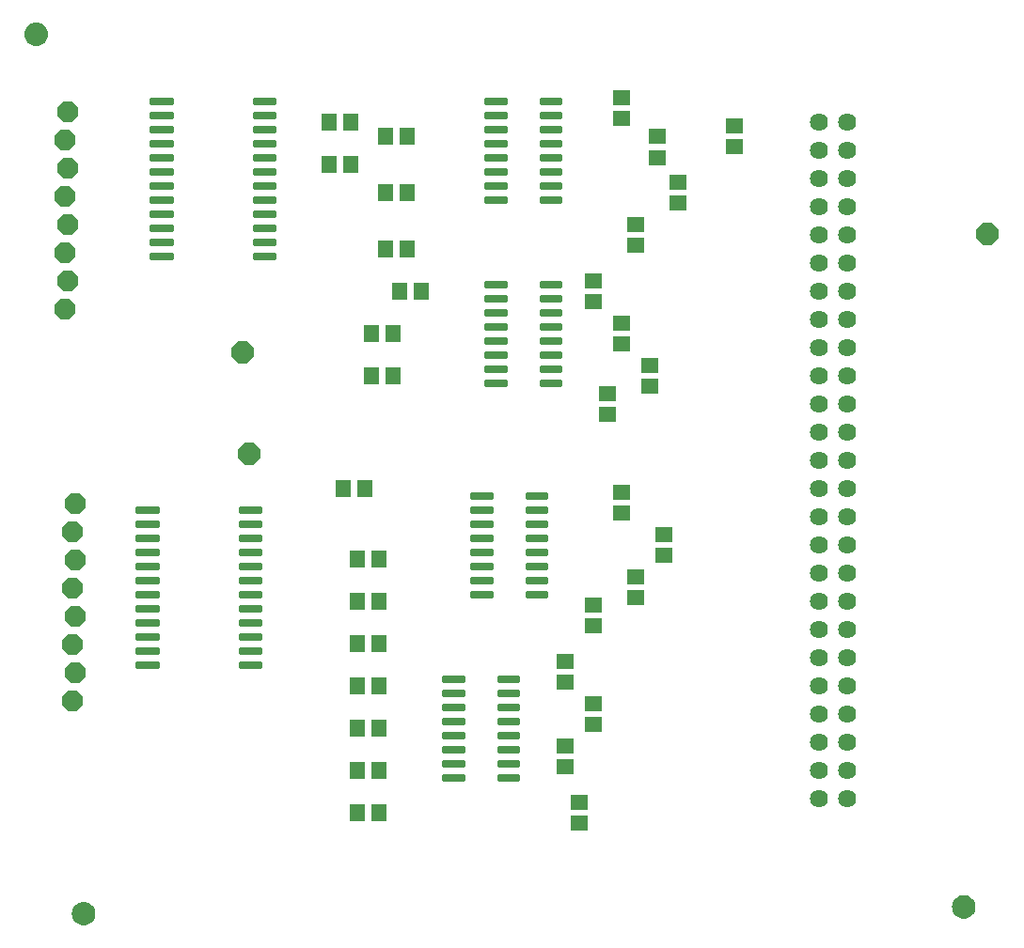
<source format=gts>
G04 EAGLE Gerber RS-274X export*
G75*
%MOMM*%
%FSLAX34Y34*%
%LPD*%
%INSoldermask Top*%
%IPPOS*%
%AMOC8*
5,1,8,0,0,1.08239X$1,22.5*%
G01*
%ADD10C,1.625600*%
%ADD11R,1.401600X1.601600*%
%ADD12R,1.601600X1.401600*%
%ADD13C,0.252575*%
%ADD14P,2.034460X8X202.500000*%
%ADD15P,2.199416X8X22.500000*%

G36*
X84088Y906968D02*
X84088Y906968D01*
X84131Y906980D01*
X84197Y906987D01*
X85880Y907438D01*
X85921Y907457D01*
X85984Y907476D01*
X87564Y908213D01*
X87601Y908239D01*
X87660Y908268D01*
X89088Y909268D01*
X89119Y909300D01*
X89172Y909339D01*
X90405Y910572D01*
X90430Y910608D01*
X90476Y910656D01*
X91476Y912084D01*
X91494Y912125D01*
X91531Y912180D01*
X92268Y913760D01*
X92279Y913803D01*
X92306Y913864D01*
X92757Y915547D01*
X92759Y915579D01*
X92766Y915600D01*
X92766Y915615D01*
X92776Y915656D01*
X92928Y917393D01*
X92924Y917437D01*
X92928Y917503D01*
X92776Y919240D01*
X92764Y919283D01*
X92757Y919349D01*
X92306Y921032D01*
X92287Y921073D01*
X92268Y921136D01*
X91531Y922716D01*
X91505Y922753D01*
X91476Y922812D01*
X90476Y924240D01*
X90444Y924271D01*
X90405Y924324D01*
X89172Y925557D01*
X89136Y925582D01*
X89088Y925628D01*
X87660Y926628D01*
X87619Y926646D01*
X87564Y926683D01*
X85984Y927420D01*
X85941Y927431D01*
X85880Y927458D01*
X84197Y927909D01*
X84152Y927912D01*
X84088Y927928D01*
X82351Y928080D01*
X82307Y928076D01*
X82241Y928080D01*
X80504Y927928D01*
X80461Y927916D01*
X80395Y927909D01*
X78712Y927458D01*
X78671Y927439D01*
X78608Y927420D01*
X77028Y926683D01*
X76991Y926657D01*
X76932Y926628D01*
X75504Y925628D01*
X75473Y925596D01*
X75420Y925557D01*
X74187Y924324D01*
X74162Y924288D01*
X74116Y924240D01*
X73116Y922812D01*
X73098Y922771D01*
X73061Y922716D01*
X72324Y921136D01*
X72313Y921093D01*
X72286Y921032D01*
X71835Y919349D01*
X71832Y919304D01*
X71816Y919240D01*
X71664Y917503D01*
X71668Y917459D01*
X71664Y917393D01*
X71816Y915656D01*
X71828Y915613D01*
X71832Y915579D01*
X71832Y915563D01*
X71834Y915558D01*
X71835Y915547D01*
X72286Y913864D01*
X72305Y913823D01*
X72324Y913760D01*
X73061Y912180D01*
X73087Y912143D01*
X73116Y912084D01*
X74116Y910656D01*
X74148Y910625D01*
X74187Y910572D01*
X75420Y909339D01*
X75456Y909314D01*
X75504Y909268D01*
X76932Y908268D01*
X76973Y908250D01*
X77028Y908213D01*
X78608Y907476D01*
X78651Y907465D01*
X78712Y907438D01*
X80395Y906987D01*
X80440Y906984D01*
X80504Y906968D01*
X82241Y906816D01*
X82285Y906820D01*
X82351Y906816D01*
X84088Y906968D01*
G37*
G36*
X919240Y120584D02*
X919240Y120584D01*
X919283Y120596D01*
X919349Y120603D01*
X921032Y121054D01*
X921073Y121073D01*
X921136Y121092D01*
X922716Y121829D01*
X922753Y121855D01*
X922812Y121884D01*
X924240Y122884D01*
X924271Y122916D01*
X924324Y122955D01*
X925557Y124188D01*
X925582Y124224D01*
X925628Y124272D01*
X926628Y125700D01*
X926646Y125741D01*
X926683Y125796D01*
X927420Y127376D01*
X927431Y127419D01*
X927458Y127480D01*
X927909Y129163D01*
X927911Y129195D01*
X927918Y129216D01*
X927918Y129231D01*
X927928Y129272D01*
X928080Y131009D01*
X928076Y131053D01*
X928080Y131119D01*
X927928Y132856D01*
X927916Y132899D01*
X927909Y132965D01*
X927458Y134648D01*
X927439Y134689D01*
X927420Y134752D01*
X926683Y136332D01*
X926657Y136369D01*
X926628Y136428D01*
X925628Y137856D01*
X925596Y137887D01*
X925557Y137940D01*
X924324Y139173D01*
X924288Y139198D01*
X924240Y139244D01*
X922812Y140244D01*
X922771Y140262D01*
X922716Y140299D01*
X921136Y141036D01*
X921093Y141047D01*
X921032Y141074D01*
X919349Y141525D01*
X919304Y141528D01*
X919240Y141544D01*
X917503Y141696D01*
X917459Y141692D01*
X917393Y141696D01*
X915656Y141544D01*
X915613Y141532D01*
X915547Y141525D01*
X913864Y141074D01*
X913823Y141055D01*
X913760Y141036D01*
X912180Y140299D01*
X912143Y140273D01*
X912084Y140244D01*
X910656Y139244D01*
X910625Y139212D01*
X910572Y139173D01*
X909339Y137940D01*
X909314Y137904D01*
X909268Y137856D01*
X908268Y136428D01*
X908250Y136387D01*
X908213Y136332D01*
X907476Y134752D01*
X907465Y134709D01*
X907438Y134648D01*
X906987Y132965D01*
X906984Y132920D01*
X906968Y132856D01*
X906816Y131119D01*
X906820Y131075D01*
X906816Y131009D01*
X906968Y129272D01*
X906980Y129229D01*
X906984Y129195D01*
X906984Y129179D01*
X906986Y129174D01*
X906987Y129163D01*
X907438Y127480D01*
X907457Y127439D01*
X907476Y127376D01*
X908213Y125796D01*
X908239Y125759D01*
X908268Y125700D01*
X909268Y124272D01*
X909300Y124241D01*
X909339Y124188D01*
X910572Y122955D01*
X910608Y122930D01*
X910656Y122884D01*
X912084Y121884D01*
X912125Y121866D01*
X912180Y121829D01*
X913760Y121092D01*
X913803Y121081D01*
X913864Y121054D01*
X915547Y120603D01*
X915592Y120600D01*
X915656Y120584D01*
X917393Y120432D01*
X917437Y120436D01*
X917503Y120432D01*
X919240Y120584D01*
G37*
G36*
X126760Y114488D02*
X126760Y114488D01*
X126803Y114500D01*
X126869Y114507D01*
X128552Y114958D01*
X128593Y114977D01*
X128656Y114996D01*
X130236Y115733D01*
X130273Y115759D01*
X130332Y115788D01*
X131760Y116788D01*
X131791Y116820D01*
X131844Y116859D01*
X133077Y118092D01*
X133102Y118128D01*
X133148Y118176D01*
X134148Y119604D01*
X134166Y119645D01*
X134203Y119700D01*
X134940Y121280D01*
X134951Y121323D01*
X134978Y121384D01*
X135429Y123067D01*
X135431Y123099D01*
X135438Y123120D01*
X135438Y123135D01*
X135448Y123176D01*
X135600Y124913D01*
X135596Y124957D01*
X135600Y125023D01*
X135448Y126760D01*
X135436Y126803D01*
X135429Y126869D01*
X134978Y128552D01*
X134959Y128593D01*
X134940Y128656D01*
X134203Y130236D01*
X134177Y130273D01*
X134148Y130332D01*
X133148Y131760D01*
X133116Y131791D01*
X133077Y131844D01*
X131844Y133077D01*
X131808Y133102D01*
X131760Y133148D01*
X130332Y134148D01*
X130291Y134166D01*
X130236Y134203D01*
X128656Y134940D01*
X128613Y134951D01*
X128552Y134978D01*
X126869Y135429D01*
X126824Y135432D01*
X126760Y135448D01*
X125023Y135600D01*
X124979Y135596D01*
X124913Y135600D01*
X123176Y135448D01*
X123133Y135436D01*
X123067Y135429D01*
X121384Y134978D01*
X121343Y134959D01*
X121280Y134940D01*
X119700Y134203D01*
X119663Y134177D01*
X119604Y134148D01*
X118176Y133148D01*
X118145Y133116D01*
X118092Y133077D01*
X116859Y131844D01*
X116834Y131808D01*
X116788Y131760D01*
X115788Y130332D01*
X115770Y130291D01*
X115733Y130236D01*
X114996Y128656D01*
X114985Y128613D01*
X114958Y128552D01*
X114507Y126869D01*
X114504Y126824D01*
X114488Y126760D01*
X114336Y125023D01*
X114340Y124979D01*
X114336Y124913D01*
X114488Y123176D01*
X114500Y123133D01*
X114504Y123099D01*
X114504Y123083D01*
X114506Y123078D01*
X114507Y123067D01*
X114958Y121384D01*
X114977Y121343D01*
X114996Y121280D01*
X115733Y119700D01*
X115759Y119663D01*
X115788Y119604D01*
X116788Y118176D01*
X116820Y118145D01*
X116859Y118092D01*
X118092Y116859D01*
X118128Y116834D01*
X118176Y116788D01*
X119604Y115788D01*
X119645Y115770D01*
X119700Y115733D01*
X121280Y114996D01*
X121323Y114985D01*
X121384Y114958D01*
X123067Y114507D01*
X123112Y114504D01*
X123176Y114488D01*
X124913Y114336D01*
X124957Y114340D01*
X125023Y114336D01*
X126760Y114488D01*
G37*
D10*
X787400Y838200D03*
X812800Y838200D03*
X787400Y812800D03*
X812800Y812800D03*
X787400Y787400D03*
X812800Y787400D03*
X787400Y762000D03*
X812800Y762000D03*
X787400Y736600D03*
X812800Y736600D03*
X787400Y711200D03*
X812800Y711200D03*
X787400Y685800D03*
X812800Y685800D03*
X787400Y660400D03*
X812800Y660400D03*
X787400Y635000D03*
X812800Y635000D03*
X787400Y609600D03*
X812800Y609600D03*
X787400Y584200D03*
X812800Y584200D03*
X787400Y558800D03*
X812800Y558800D03*
X787400Y533400D03*
X812800Y533400D03*
X787400Y508000D03*
X812800Y508000D03*
X787400Y482600D03*
X812800Y482600D03*
X787400Y457200D03*
X812800Y457200D03*
X787400Y431800D03*
X812800Y431800D03*
X787400Y406400D03*
X812800Y406400D03*
X787400Y381000D03*
X812800Y381000D03*
X787400Y355600D03*
X812800Y355600D03*
X787400Y330200D03*
X812800Y330200D03*
X787400Y304800D03*
X812800Y304800D03*
X787400Y279400D03*
X812800Y279400D03*
X787400Y254000D03*
X812800Y254000D03*
X787400Y228600D03*
X812800Y228600D03*
D11*
X365100Y838200D03*
X346100Y838200D03*
X390500Y444500D03*
X371500Y444500D03*
X390500Y406400D03*
X371500Y406400D03*
X390500Y368300D03*
X371500Y368300D03*
X371500Y330200D03*
X390500Y330200D03*
X371500Y292100D03*
X390500Y292100D03*
X371500Y254000D03*
X390500Y254000D03*
X371500Y215900D03*
X390500Y215900D03*
D12*
X609600Y841400D03*
X609600Y860400D03*
X584200Y676300D03*
X584200Y695300D03*
X609600Y485800D03*
X609600Y504800D03*
D11*
X415900Y825500D03*
X396900Y825500D03*
D12*
X641604Y825348D03*
X641604Y806348D03*
X609600Y657200D03*
X609600Y638200D03*
X647700Y466700D03*
X647700Y447700D03*
X660400Y765200D03*
X660400Y784200D03*
X635000Y600100D03*
X635000Y619100D03*
X622300Y409600D03*
X622300Y428600D03*
X622300Y746100D03*
X622300Y727100D03*
X596900Y593700D03*
X596900Y574700D03*
X584200Y403200D03*
X584200Y384200D03*
X558800Y333400D03*
X558800Y352400D03*
D11*
X365100Y800100D03*
X346100Y800100D03*
D12*
X584200Y314300D03*
X584200Y295300D03*
X558800Y257200D03*
X558800Y276200D03*
X571500Y225400D03*
X571500Y206400D03*
X711200Y816000D03*
X711200Y835000D03*
D11*
X415900Y774700D03*
X396900Y774700D03*
X396900Y723900D03*
X415900Y723900D03*
X409600Y685800D03*
X428600Y685800D03*
X384200Y647700D03*
X403200Y647700D03*
X384200Y609600D03*
X403200Y609600D03*
X377800Y508000D03*
X358800Y508000D03*
D13*
X486855Y855005D02*
X505045Y855005D01*
X486855Y855005D02*
X486855Y859495D01*
X505045Y859495D01*
X505045Y855005D01*
X505045Y857405D02*
X486855Y857405D01*
X486855Y842305D02*
X505045Y842305D01*
X486855Y842305D02*
X486855Y846795D01*
X505045Y846795D01*
X505045Y842305D01*
X505045Y844705D02*
X486855Y844705D01*
X486855Y829605D02*
X505045Y829605D01*
X486855Y829605D02*
X486855Y834095D01*
X505045Y834095D01*
X505045Y829605D01*
X505045Y832005D02*
X486855Y832005D01*
X486855Y816905D02*
X505045Y816905D01*
X486855Y816905D02*
X486855Y821395D01*
X505045Y821395D01*
X505045Y816905D01*
X505045Y819305D02*
X486855Y819305D01*
X486855Y804205D02*
X505045Y804205D01*
X486855Y804205D02*
X486855Y808695D01*
X505045Y808695D01*
X505045Y804205D01*
X505045Y806605D02*
X486855Y806605D01*
X486855Y791505D02*
X505045Y791505D01*
X486855Y791505D02*
X486855Y795995D01*
X505045Y795995D01*
X505045Y791505D01*
X505045Y793905D02*
X486855Y793905D01*
X486855Y778805D02*
X505045Y778805D01*
X486855Y778805D02*
X486855Y783295D01*
X505045Y783295D01*
X505045Y778805D01*
X505045Y781205D02*
X486855Y781205D01*
X486855Y766105D02*
X505045Y766105D01*
X486855Y766105D02*
X486855Y770595D01*
X505045Y770595D01*
X505045Y766105D01*
X505045Y768505D02*
X486855Y768505D01*
X536355Y766105D02*
X554545Y766105D01*
X536355Y766105D02*
X536355Y770595D01*
X554545Y770595D01*
X554545Y766105D01*
X554545Y768505D02*
X536355Y768505D01*
X536355Y778805D02*
X554545Y778805D01*
X536355Y778805D02*
X536355Y783295D01*
X554545Y783295D01*
X554545Y778805D01*
X554545Y781205D02*
X536355Y781205D01*
X536355Y791505D02*
X554545Y791505D01*
X536355Y791505D02*
X536355Y795995D01*
X554545Y795995D01*
X554545Y791505D01*
X554545Y793905D02*
X536355Y793905D01*
X536355Y804205D02*
X554545Y804205D01*
X536355Y804205D02*
X536355Y808695D01*
X554545Y808695D01*
X554545Y804205D01*
X554545Y806605D02*
X536355Y806605D01*
X536355Y816905D02*
X554545Y816905D01*
X536355Y816905D02*
X536355Y821395D01*
X554545Y821395D01*
X554545Y816905D01*
X554545Y819305D02*
X536355Y819305D01*
X536355Y829605D02*
X554545Y829605D01*
X536355Y829605D02*
X536355Y834095D01*
X554545Y834095D01*
X554545Y829605D01*
X554545Y832005D02*
X536355Y832005D01*
X536355Y842305D02*
X554545Y842305D01*
X536355Y842305D02*
X536355Y846795D01*
X554545Y846795D01*
X554545Y842305D01*
X554545Y844705D02*
X536355Y844705D01*
X536355Y855005D02*
X554545Y855005D01*
X536355Y855005D02*
X536355Y859495D01*
X554545Y859495D01*
X554545Y855005D01*
X554545Y857405D02*
X536355Y857405D01*
X505045Y689905D02*
X486855Y689905D01*
X486855Y694395D01*
X505045Y694395D01*
X505045Y689905D01*
X505045Y692305D02*
X486855Y692305D01*
X486855Y677205D02*
X505045Y677205D01*
X486855Y677205D02*
X486855Y681695D01*
X505045Y681695D01*
X505045Y677205D01*
X505045Y679605D02*
X486855Y679605D01*
X486855Y664505D02*
X505045Y664505D01*
X486855Y664505D02*
X486855Y668995D01*
X505045Y668995D01*
X505045Y664505D01*
X505045Y666905D02*
X486855Y666905D01*
X486855Y651805D02*
X505045Y651805D01*
X486855Y651805D02*
X486855Y656295D01*
X505045Y656295D01*
X505045Y651805D01*
X505045Y654205D02*
X486855Y654205D01*
X486855Y639105D02*
X505045Y639105D01*
X486855Y639105D02*
X486855Y643595D01*
X505045Y643595D01*
X505045Y639105D01*
X505045Y641505D02*
X486855Y641505D01*
X486855Y626405D02*
X505045Y626405D01*
X486855Y626405D02*
X486855Y630895D01*
X505045Y630895D01*
X505045Y626405D01*
X505045Y628805D02*
X486855Y628805D01*
X486855Y613705D02*
X505045Y613705D01*
X486855Y613705D02*
X486855Y618195D01*
X505045Y618195D01*
X505045Y613705D01*
X505045Y616105D02*
X486855Y616105D01*
X486855Y601005D02*
X505045Y601005D01*
X486855Y601005D02*
X486855Y605495D01*
X505045Y605495D01*
X505045Y601005D01*
X505045Y603405D02*
X486855Y603405D01*
X536355Y601005D02*
X554545Y601005D01*
X536355Y601005D02*
X536355Y605495D01*
X554545Y605495D01*
X554545Y601005D01*
X554545Y603405D02*
X536355Y603405D01*
X536355Y613705D02*
X554545Y613705D01*
X536355Y613705D02*
X536355Y618195D01*
X554545Y618195D01*
X554545Y613705D01*
X554545Y616105D02*
X536355Y616105D01*
X536355Y626405D02*
X554545Y626405D01*
X536355Y626405D02*
X536355Y630895D01*
X554545Y630895D01*
X554545Y626405D01*
X554545Y628805D02*
X536355Y628805D01*
X536355Y639105D02*
X554545Y639105D01*
X536355Y639105D02*
X536355Y643595D01*
X554545Y643595D01*
X554545Y639105D01*
X554545Y641505D02*
X536355Y641505D01*
X536355Y651805D02*
X554545Y651805D01*
X536355Y651805D02*
X536355Y656295D01*
X554545Y656295D01*
X554545Y651805D01*
X554545Y654205D02*
X536355Y654205D01*
X536355Y664505D02*
X554545Y664505D01*
X536355Y664505D02*
X536355Y668995D01*
X554545Y668995D01*
X554545Y664505D01*
X554545Y666905D02*
X536355Y666905D01*
X536355Y677205D02*
X554545Y677205D01*
X536355Y677205D02*
X536355Y681695D01*
X554545Y681695D01*
X554545Y677205D01*
X554545Y679605D02*
X536355Y679605D01*
X536355Y689905D02*
X554545Y689905D01*
X536355Y689905D02*
X536355Y694395D01*
X554545Y694395D01*
X554545Y689905D01*
X554545Y692305D02*
X536355Y692305D01*
X492345Y499405D02*
X474155Y499405D01*
X474155Y503895D01*
X492345Y503895D01*
X492345Y499405D01*
X492345Y501805D02*
X474155Y501805D01*
X474155Y486705D02*
X492345Y486705D01*
X474155Y486705D02*
X474155Y491195D01*
X492345Y491195D01*
X492345Y486705D01*
X492345Y489105D02*
X474155Y489105D01*
X474155Y474005D02*
X492345Y474005D01*
X474155Y474005D02*
X474155Y478495D01*
X492345Y478495D01*
X492345Y474005D01*
X492345Y476405D02*
X474155Y476405D01*
X474155Y461305D02*
X492345Y461305D01*
X474155Y461305D02*
X474155Y465795D01*
X492345Y465795D01*
X492345Y461305D01*
X492345Y463705D02*
X474155Y463705D01*
X474155Y448605D02*
X492345Y448605D01*
X474155Y448605D02*
X474155Y453095D01*
X492345Y453095D01*
X492345Y448605D01*
X492345Y451005D02*
X474155Y451005D01*
X474155Y435905D02*
X492345Y435905D01*
X474155Y435905D02*
X474155Y440395D01*
X492345Y440395D01*
X492345Y435905D01*
X492345Y438305D02*
X474155Y438305D01*
X474155Y423205D02*
X492345Y423205D01*
X474155Y423205D02*
X474155Y427695D01*
X492345Y427695D01*
X492345Y423205D01*
X492345Y425605D02*
X474155Y425605D01*
X474155Y410505D02*
X492345Y410505D01*
X474155Y410505D02*
X474155Y414995D01*
X492345Y414995D01*
X492345Y410505D01*
X492345Y412905D02*
X474155Y412905D01*
X523655Y410505D02*
X541845Y410505D01*
X523655Y410505D02*
X523655Y414995D01*
X541845Y414995D01*
X541845Y410505D01*
X541845Y412905D02*
X523655Y412905D01*
X523655Y423205D02*
X541845Y423205D01*
X523655Y423205D02*
X523655Y427695D01*
X541845Y427695D01*
X541845Y423205D01*
X541845Y425605D02*
X523655Y425605D01*
X523655Y435905D02*
X541845Y435905D01*
X523655Y435905D02*
X523655Y440395D01*
X541845Y440395D01*
X541845Y435905D01*
X541845Y438305D02*
X523655Y438305D01*
X523655Y448605D02*
X541845Y448605D01*
X523655Y448605D02*
X523655Y453095D01*
X541845Y453095D01*
X541845Y448605D01*
X541845Y451005D02*
X523655Y451005D01*
X523655Y461305D02*
X541845Y461305D01*
X523655Y461305D02*
X523655Y465795D01*
X541845Y465795D01*
X541845Y461305D01*
X541845Y463705D02*
X523655Y463705D01*
X523655Y474005D02*
X541845Y474005D01*
X523655Y474005D02*
X523655Y478495D01*
X541845Y478495D01*
X541845Y474005D01*
X541845Y476405D02*
X523655Y476405D01*
X523655Y486705D02*
X541845Y486705D01*
X523655Y486705D02*
X523655Y491195D01*
X541845Y491195D01*
X541845Y486705D01*
X541845Y489105D02*
X523655Y489105D01*
X523655Y499405D02*
X541845Y499405D01*
X523655Y499405D02*
X523655Y503895D01*
X541845Y503895D01*
X541845Y499405D01*
X541845Y501805D02*
X523655Y501805D01*
X466945Y334305D02*
X448755Y334305D01*
X448755Y338795D01*
X466945Y338795D01*
X466945Y334305D01*
X466945Y336705D02*
X448755Y336705D01*
X448755Y321605D02*
X466945Y321605D01*
X448755Y321605D02*
X448755Y326095D01*
X466945Y326095D01*
X466945Y321605D01*
X466945Y324005D02*
X448755Y324005D01*
X448755Y308905D02*
X466945Y308905D01*
X448755Y308905D02*
X448755Y313395D01*
X466945Y313395D01*
X466945Y308905D01*
X466945Y311305D02*
X448755Y311305D01*
X448755Y296205D02*
X466945Y296205D01*
X448755Y296205D02*
X448755Y300695D01*
X466945Y300695D01*
X466945Y296205D01*
X466945Y298605D02*
X448755Y298605D01*
X448755Y283505D02*
X466945Y283505D01*
X448755Y283505D02*
X448755Y287995D01*
X466945Y287995D01*
X466945Y283505D01*
X466945Y285905D02*
X448755Y285905D01*
X448755Y270805D02*
X466945Y270805D01*
X448755Y270805D02*
X448755Y275295D01*
X466945Y275295D01*
X466945Y270805D01*
X466945Y273205D02*
X448755Y273205D01*
X448755Y258105D02*
X466945Y258105D01*
X448755Y258105D02*
X448755Y262595D01*
X466945Y262595D01*
X466945Y258105D01*
X466945Y260505D02*
X448755Y260505D01*
X448755Y245405D02*
X466945Y245405D01*
X448755Y245405D02*
X448755Y249895D01*
X466945Y249895D01*
X466945Y245405D01*
X466945Y247805D02*
X448755Y247805D01*
X498255Y245405D02*
X516445Y245405D01*
X498255Y245405D02*
X498255Y249895D01*
X516445Y249895D01*
X516445Y245405D01*
X516445Y247805D02*
X498255Y247805D01*
X498255Y258105D02*
X516445Y258105D01*
X498255Y258105D02*
X498255Y262595D01*
X516445Y262595D01*
X516445Y258105D01*
X516445Y260505D02*
X498255Y260505D01*
X498255Y270805D02*
X516445Y270805D01*
X498255Y270805D02*
X498255Y275295D01*
X516445Y275295D01*
X516445Y270805D01*
X516445Y273205D02*
X498255Y273205D01*
X498255Y283505D02*
X516445Y283505D01*
X498255Y283505D02*
X498255Y287995D01*
X516445Y287995D01*
X516445Y283505D01*
X516445Y285905D02*
X498255Y285905D01*
X498255Y296205D02*
X516445Y296205D01*
X498255Y296205D02*
X498255Y300695D01*
X516445Y300695D01*
X516445Y296205D01*
X516445Y298605D02*
X498255Y298605D01*
X498255Y308905D02*
X516445Y308905D01*
X498255Y308905D02*
X498255Y313395D01*
X516445Y313395D01*
X516445Y308905D01*
X516445Y311305D02*
X498255Y311305D01*
X498255Y321605D02*
X516445Y321605D01*
X498255Y321605D02*
X498255Y326095D01*
X516445Y326095D01*
X516445Y321605D01*
X516445Y324005D02*
X498255Y324005D01*
X498255Y334305D02*
X516445Y334305D01*
X498255Y334305D02*
X498255Y338795D01*
X516445Y338795D01*
X516445Y334305D01*
X516445Y336705D02*
X498255Y336705D01*
X204445Y855005D02*
X185355Y855005D01*
X185355Y859495D01*
X204445Y859495D01*
X204445Y855005D01*
X204445Y857405D02*
X185355Y857405D01*
X185355Y842305D02*
X204445Y842305D01*
X185355Y842305D02*
X185355Y846795D01*
X204445Y846795D01*
X204445Y842305D01*
X204445Y844705D02*
X185355Y844705D01*
X185355Y829605D02*
X204445Y829605D01*
X185355Y829605D02*
X185355Y834095D01*
X204445Y834095D01*
X204445Y829605D01*
X204445Y832005D02*
X185355Y832005D01*
X185355Y816905D02*
X204445Y816905D01*
X185355Y816905D02*
X185355Y821395D01*
X204445Y821395D01*
X204445Y816905D01*
X204445Y819305D02*
X185355Y819305D01*
X185355Y804205D02*
X204445Y804205D01*
X185355Y804205D02*
X185355Y808695D01*
X204445Y808695D01*
X204445Y804205D01*
X204445Y806605D02*
X185355Y806605D01*
X185355Y791505D02*
X204445Y791505D01*
X185355Y791505D02*
X185355Y795995D01*
X204445Y795995D01*
X204445Y791505D01*
X204445Y793905D02*
X185355Y793905D01*
X185355Y778805D02*
X204445Y778805D01*
X185355Y778805D02*
X185355Y783295D01*
X204445Y783295D01*
X204445Y778805D01*
X204445Y781205D02*
X185355Y781205D01*
X185355Y766105D02*
X204445Y766105D01*
X185355Y766105D02*
X185355Y770595D01*
X204445Y770595D01*
X204445Y766105D01*
X204445Y768505D02*
X185355Y768505D01*
X185355Y753405D02*
X204445Y753405D01*
X185355Y753405D02*
X185355Y757895D01*
X204445Y757895D01*
X204445Y753405D01*
X204445Y755805D02*
X185355Y755805D01*
X185355Y740705D02*
X204445Y740705D01*
X185355Y740705D02*
X185355Y745195D01*
X204445Y745195D01*
X204445Y740705D01*
X204445Y743105D02*
X185355Y743105D01*
X185355Y728005D02*
X204445Y728005D01*
X185355Y728005D02*
X185355Y732495D01*
X204445Y732495D01*
X204445Y728005D01*
X204445Y730405D02*
X185355Y730405D01*
X185355Y715305D02*
X204445Y715305D01*
X185355Y715305D02*
X185355Y719795D01*
X204445Y719795D01*
X204445Y715305D01*
X204445Y717705D02*
X185355Y717705D01*
X278155Y715305D02*
X297245Y715305D01*
X278155Y715305D02*
X278155Y719795D01*
X297245Y719795D01*
X297245Y715305D01*
X297245Y717705D02*
X278155Y717705D01*
X278155Y728005D02*
X297245Y728005D01*
X278155Y728005D02*
X278155Y732495D01*
X297245Y732495D01*
X297245Y728005D01*
X297245Y730405D02*
X278155Y730405D01*
X278155Y740705D02*
X297245Y740705D01*
X278155Y740705D02*
X278155Y745195D01*
X297245Y745195D01*
X297245Y740705D01*
X297245Y743105D02*
X278155Y743105D01*
X278155Y753405D02*
X297245Y753405D01*
X278155Y753405D02*
X278155Y757895D01*
X297245Y757895D01*
X297245Y753405D01*
X297245Y755805D02*
X278155Y755805D01*
X278155Y766105D02*
X297245Y766105D01*
X278155Y766105D02*
X278155Y770595D01*
X297245Y770595D01*
X297245Y766105D01*
X297245Y768505D02*
X278155Y768505D01*
X278155Y778805D02*
X297245Y778805D01*
X278155Y778805D02*
X278155Y783295D01*
X297245Y783295D01*
X297245Y778805D01*
X297245Y781205D02*
X278155Y781205D01*
X278155Y791505D02*
X297245Y791505D01*
X278155Y791505D02*
X278155Y795995D01*
X297245Y795995D01*
X297245Y791505D01*
X297245Y793905D02*
X278155Y793905D01*
X278155Y804205D02*
X297245Y804205D01*
X278155Y804205D02*
X278155Y808695D01*
X297245Y808695D01*
X297245Y804205D01*
X297245Y806605D02*
X278155Y806605D01*
X278155Y816905D02*
X297245Y816905D01*
X278155Y816905D02*
X278155Y821395D01*
X297245Y821395D01*
X297245Y816905D01*
X297245Y819305D02*
X278155Y819305D01*
X278155Y829605D02*
X297245Y829605D01*
X278155Y829605D02*
X278155Y834095D01*
X297245Y834095D01*
X297245Y829605D01*
X297245Y832005D02*
X278155Y832005D01*
X278155Y842305D02*
X297245Y842305D01*
X278155Y842305D02*
X278155Y846795D01*
X297245Y846795D01*
X297245Y842305D01*
X297245Y844705D02*
X278155Y844705D01*
X278155Y855005D02*
X297245Y855005D01*
X278155Y855005D02*
X278155Y859495D01*
X297245Y859495D01*
X297245Y855005D01*
X297245Y857405D02*
X278155Y857405D01*
X191745Y486705D02*
X172655Y486705D01*
X172655Y491195D01*
X191745Y491195D01*
X191745Y486705D01*
X191745Y489105D02*
X172655Y489105D01*
X172655Y474005D02*
X191745Y474005D01*
X172655Y474005D02*
X172655Y478495D01*
X191745Y478495D01*
X191745Y474005D01*
X191745Y476405D02*
X172655Y476405D01*
X172655Y461305D02*
X191745Y461305D01*
X172655Y461305D02*
X172655Y465795D01*
X191745Y465795D01*
X191745Y461305D01*
X191745Y463705D02*
X172655Y463705D01*
X172655Y448605D02*
X191745Y448605D01*
X172655Y448605D02*
X172655Y453095D01*
X191745Y453095D01*
X191745Y448605D01*
X191745Y451005D02*
X172655Y451005D01*
X172655Y435905D02*
X191745Y435905D01*
X172655Y435905D02*
X172655Y440395D01*
X191745Y440395D01*
X191745Y435905D01*
X191745Y438305D02*
X172655Y438305D01*
X172655Y423205D02*
X191745Y423205D01*
X172655Y423205D02*
X172655Y427695D01*
X191745Y427695D01*
X191745Y423205D01*
X191745Y425605D02*
X172655Y425605D01*
X172655Y410505D02*
X191745Y410505D01*
X172655Y410505D02*
X172655Y414995D01*
X191745Y414995D01*
X191745Y410505D01*
X191745Y412905D02*
X172655Y412905D01*
X172655Y397805D02*
X191745Y397805D01*
X172655Y397805D02*
X172655Y402295D01*
X191745Y402295D01*
X191745Y397805D01*
X191745Y400205D02*
X172655Y400205D01*
X172655Y385105D02*
X191745Y385105D01*
X172655Y385105D02*
X172655Y389595D01*
X191745Y389595D01*
X191745Y385105D01*
X191745Y387505D02*
X172655Y387505D01*
X172655Y372405D02*
X191745Y372405D01*
X172655Y372405D02*
X172655Y376895D01*
X191745Y376895D01*
X191745Y372405D01*
X191745Y374805D02*
X172655Y374805D01*
X172655Y359705D02*
X191745Y359705D01*
X172655Y359705D02*
X172655Y364195D01*
X191745Y364195D01*
X191745Y359705D01*
X191745Y362105D02*
X172655Y362105D01*
X172655Y347005D02*
X191745Y347005D01*
X172655Y347005D02*
X172655Y351495D01*
X191745Y351495D01*
X191745Y347005D01*
X191745Y349405D02*
X172655Y349405D01*
X265455Y347005D02*
X284545Y347005D01*
X265455Y347005D02*
X265455Y351495D01*
X284545Y351495D01*
X284545Y347005D01*
X284545Y349405D02*
X265455Y349405D01*
X265455Y359705D02*
X284545Y359705D01*
X265455Y359705D02*
X265455Y364195D01*
X284545Y364195D01*
X284545Y359705D01*
X284545Y362105D02*
X265455Y362105D01*
X265455Y372405D02*
X284545Y372405D01*
X265455Y372405D02*
X265455Y376895D01*
X284545Y376895D01*
X284545Y372405D01*
X284545Y374805D02*
X265455Y374805D01*
X265455Y385105D02*
X284545Y385105D01*
X265455Y385105D02*
X265455Y389595D01*
X284545Y389595D01*
X284545Y385105D01*
X284545Y387505D02*
X265455Y387505D01*
X265455Y397805D02*
X284545Y397805D01*
X265455Y397805D02*
X265455Y402295D01*
X284545Y402295D01*
X284545Y397805D01*
X284545Y400205D02*
X265455Y400205D01*
X265455Y410505D02*
X284545Y410505D01*
X265455Y410505D02*
X265455Y414995D01*
X284545Y414995D01*
X284545Y410505D01*
X284545Y412905D02*
X265455Y412905D01*
X265455Y423205D02*
X284545Y423205D01*
X265455Y423205D02*
X265455Y427695D01*
X284545Y427695D01*
X284545Y423205D01*
X284545Y425605D02*
X265455Y425605D01*
X265455Y435905D02*
X284545Y435905D01*
X265455Y435905D02*
X265455Y440395D01*
X284545Y440395D01*
X284545Y435905D01*
X284545Y438305D02*
X265455Y438305D01*
X265455Y448605D02*
X284545Y448605D01*
X265455Y448605D02*
X265455Y453095D01*
X284545Y453095D01*
X284545Y448605D01*
X284545Y451005D02*
X265455Y451005D01*
X265455Y461305D02*
X284545Y461305D01*
X265455Y461305D02*
X265455Y465795D01*
X284545Y465795D01*
X284545Y461305D01*
X284545Y463705D02*
X265455Y463705D01*
X265455Y474005D02*
X284545Y474005D01*
X265455Y474005D02*
X265455Y478495D01*
X284545Y478495D01*
X284545Y474005D01*
X284545Y476405D02*
X265455Y476405D01*
X265455Y486705D02*
X284545Y486705D01*
X265455Y486705D02*
X265455Y491195D01*
X284545Y491195D01*
X284545Y486705D01*
X284545Y489105D02*
X265455Y489105D01*
D14*
X108458Y670052D03*
X110998Y695452D03*
X108458Y720852D03*
X110998Y746252D03*
X108458Y771652D03*
X110998Y797052D03*
X108458Y822452D03*
X110998Y847852D03*
X114554Y316484D03*
X117094Y341884D03*
X114554Y367284D03*
X117094Y392684D03*
X114554Y418084D03*
X117094Y443484D03*
X114554Y468884D03*
X117094Y494284D03*
D15*
X938784Y737616D03*
X274320Y539496D03*
X268224Y630936D03*
M02*

</source>
